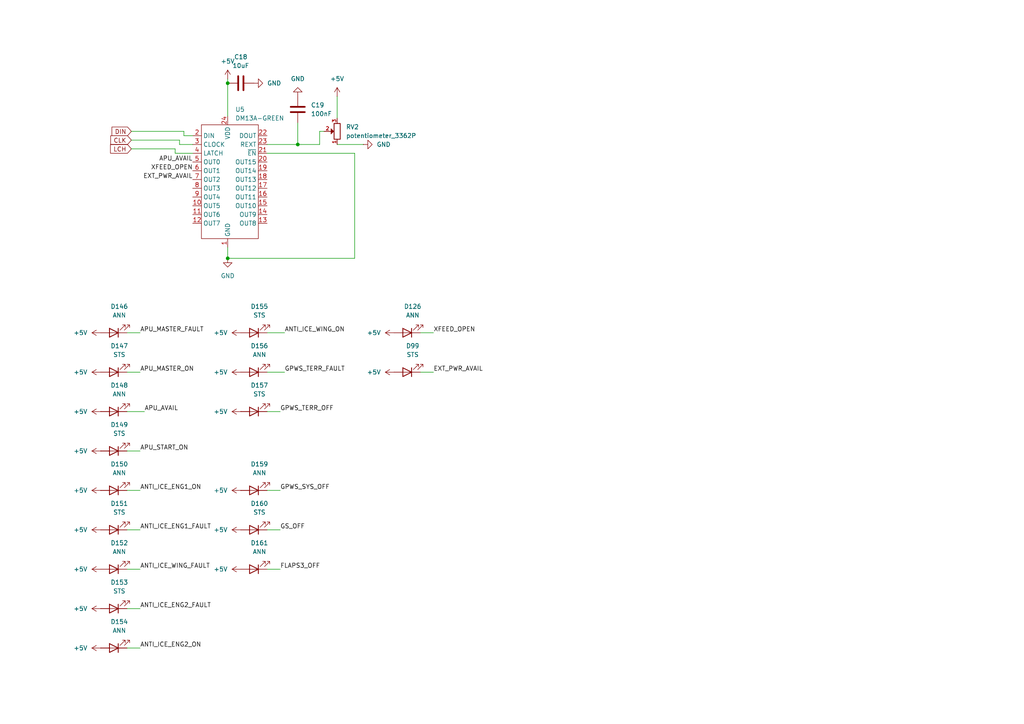
<source format=kicad_sch>
(kicad_sch (version 20231120) (generator "eeschema") (generator_version "8.0")
  (paper "A4")
  (lib_symbols
    (symbol "Custom_Symbols:DM13A"
      (property "Reference" "U" (at -7.62 15.875 0))
      (property "Value" "DM13A" (at 6.35 -19.685 0))
      (symbol "DM13A_0_0"
        (pin power_in line (at 0 -20.955 90) (length 2.54) (name "GND") (number "1"))
        (pin output line (at -10.16 -8.89 0) (length 2.54) (name "OUT5") (number "10"))
        (pin output line (at -10.16 -11.43 0) (length 2.54) (name "OUT6") (number "11"))
        (pin output line (at -10.16 -13.97 0) (length 2.54) (name "OUT7") (number "12"))
        (pin output line (at 11.43 -13.97 180) (length 2.54) (name "OUT8") (number "13"))
        (pin output line (at 11.43 -11.43 180) (length 2.54) (name "OUT9") (number "14"))
        (pin output line (at 11.43 -8.89 180) (length 2.54) (name "OUT10") (number "15"))
        (pin output line (at 11.43 -6.35 180) (length 2.54) (name "OUT11") (number "16"))
        (pin output line (at 11.43 -3.81 180) (length 2.54) (name "OUT12") (number "17"))
        (pin output line (at 11.43 -1.27 180) (length 2.54) (name "OUT13") (number "18"))
        (pin output line (at 11.43 1.27 180) (length 2.54) (name "OUT14") (number "19"))
        (pin input line (at -10.16 11.43 0) (length 2.54) (name "DIN") (number "2"))
        (pin output line (at 11.43 3.81 180) (length 2.54) (name "OUT15") (number "20"))
        (pin input line (at 11.43 6.35 180) (length 2.54) (name "~{EN}") (number "21"))
        (pin output line (at 11.43 11.43 180) (length 2.54) (name "DOUT") (number "22"))
        (pin input line (at 11.43 8.89 180) (length 2.54) (name "REXT") (number "23"))
        (pin power_in line (at 0 17.145 270) (length 2.54) (name "VDD") (number "24"))
        (pin input line (at -10.16 8.89 0) (length 2.54) (name "CLOCK") (number "3"))
        (pin input line (at -10.16 6.35 0) (length 2.54) (name "LATCH") (number "4"))
        (pin output line (at -10.16 3.81 0) (length 2.54) (name "OUT0") (number "5"))
        (pin output line (at -10.16 1.27 0) (length 2.54) (name "OUT1") (number "6"))
        (pin output line (at -10.16 -1.27 0) (length 2.54) (name "OUT2") (number "7"))
        (pin output line (at -10.16 -3.81 0) (length 2.54) (name "OUT3") (number "8"))
        (pin output line (at -10.16 -6.35 0) (length 2.54) (name "OUT4") (number "9"))
      )
      (symbol "DM13A_0_1"
        (rectangle (start -7.62 14.605) (end 8.89 -18.415))
      )
    )
    (symbol "Device:C" (pin_numbers hide) (pin_names (offset 0.254))
      (property "Reference" "C" (at 0.635 2.54 0))
      (property "Value" "C" (at 0.635 -2.54 0))
      (symbol "C_0_1"
        (polyline (pts (xy -2.032 -0.762) (xy 2.032 -0.762)) (stroke (width 0.508)))
        (polyline (pts (xy -2.032 0.762) (xy 2.032 0.762)) (stroke (width 0.508)))
      )
      (symbol "C_1_1"
        (pin passive line (at 0 3.81 270) (length 2.794) (name "~") (number "1"))
        (pin passive line (at 0 -3.81 90) (length 2.794) (name "~") (number "2"))
      )
    )
    (symbol "Device:LED" (pin_numbers hide) (pin_names (offset 1.016) hide)
      (property "Reference" "D" (at 0 2.54 0))
      (property "Value" "LED" (at 0 -2.54 0))
      (symbol "LED_0_1"
        (polyline (pts (xy -1.27 -1.27) (xy -1.27 1.27)) (stroke (width 0.254)))
        (polyline (pts (xy -1.27 0) (xy 1.27 0)))
        (polyline (pts (xy 1.27 -1.27) (xy 1.27 1.27) (xy -1.27 0) (xy 1.27 -1.27)) (stroke (width 0.254)))
        (polyline (pts (xy -3.048 -0.762) (xy -4.572 -2.286) (xy -3.81 -2.286) (xy -4.572 -2.286) (xy -4.572 -1.524)))
        (polyline (pts (xy -1.778 -0.762) (xy -3.302 -2.286) (xy -2.54 -2.286) (xy -3.302 -2.286) (xy -3.302 -1.524)))
      )
      (symbol "LED_1_1"
        (pin passive line (at -3.81 0 0) (length 2.54) (name "K") (number "1"))
        (pin passive line (at 3.81 0 180) (length 2.54) (name "A") (number "2"))
      )
    )
    (symbol "PCM_SL_Devices:potentiometer_3362P"
      (property "Reference" "RV" (at 0 -2.286 0))
      (property "Value" "potentiometer_3362P" (at 0 -3.81 0))
      (symbol "potentiometer_3362P_0_1"
        (rectangle (start -2.286 0.889) (end 2.286 -0.889) (stroke (width 0.24)))
        (polyline (pts (xy 0 1.016) (xy 0.762 1.778) (xy -0.762 1.778) (xy 0 1.016)) (fill (type outline)))
      )
      (symbol "potentiometer_3362P_1_1"
        (pin passive line (at -3.81 0 0) (length 1.5) (name "~") (number "1"))
        (pin passive line (at 0 3.81 270) (length 2) (name "~") (number "2"))
        (pin passive line (at 3.81 0 180) (length 1.5) (name "~") (number "3"))
      )
    )
    (symbol "power:+5V" (power) (pin_numbers hide) (pin_names (offset 0) hide)
      (property "Value" "+5V" (at 0 3.556 0))
      (symbol "+5V_0_1"
        (polyline (pts (xy -0.762 1.27) (xy 0 2.54)))
        (polyline (pts (xy 0 0) (xy 0 2.54)))
        (polyline (pts (xy 0 2.54) (xy 0.762 1.27)))
      )
      (symbol "+5V_1_1"
        (pin power_in line (at 0 0 90) (length 0) (name "~") (number "1"))
      )
    )
    (symbol "power:GND" (power) (pin_numbers hide) (pin_names (offset 0) hide)
      (property "Value" "GND" (at 0 -3.81 0))
      (symbol "GND_0_1"
        (polyline (pts (xy 0 0) (xy 0 -1.27) (xy 1.27 -1.27) (xy 0 -2.54) (xy -1.27 -1.27) (xy 0 -1.27)))
      )
      (symbol "GND_1_1"
        (pin power_in line (at 0 0 270) (length 0) (name "~") (number "1"))
      )
    )
  )
  (junction (at 86.36 41.91))
  (junction (at 66.04 74.93))
  (junction (at 66.04 24.13))
  (wire (pts (xy 92.71 41.91) (xy 92.71 38.1)))
  (wire (pts (xy 102.87 74.93) (xy 66.04 74.93)))
  (wire (pts (xy 52.07 41.91) (xy 55.88 41.91)))
  (wire (pts (xy 40.64 142.24) (xy 36.83 142.24)))
  (wire (pts (xy 66.04 71.755) (xy 66.04 74.93)))
  (wire (pts (xy 38.1 38.1) (xy 53.34 38.1)))
  (wire (pts (xy 102.87 44.45) (xy 102.87 74.93)))
  (wire (pts (xy 97.79 27.94) (xy 97.79 34.29)))
  (wire (pts (xy 81.28 142.24) (xy 77.47 142.24)))
  (wire (pts (xy 50.8 44.45) (xy 55.88 44.45)))
  (wire (pts (xy 41.91 119.38) (xy 36.83 119.38)))
  (wire (pts (xy 40.64 176.53) (xy 36.83 176.53)))
  (wire (pts (xy 66.04 24.13) (xy 66.04 33.655)))
  (wire (pts (xy 105.41 41.91) (xy 97.79 41.91)))
  (wire (pts (xy 50.8 43.18) (xy 50.8 44.45)))
  (wire (pts (xy 82.55 96.52) (xy 77.47 96.52)))
  (wire (pts (xy 40.64 130.81) (xy 36.83 130.81)))
  (wire (pts (xy 40.64 165.1) (xy 36.83 165.1)))
  (wire (pts (xy 38.1 40.64) (xy 52.07 40.64)))
  (wire (pts (xy 86.36 35.56) (xy 86.36 41.91)))
  (wire (pts (xy 102.87 44.45) (xy 77.47 44.45)))
  (wire (pts (xy 40.64 187.96) (xy 36.83 187.96)))
  (wire (pts (xy 66.04 22.86) (xy 66.04 24.13)))
  (wire (pts (xy 125.73 107.95) (xy 121.92 107.95)))
  (wire (pts (xy 86.36 41.91) (xy 77.47 41.91)))
  (wire (pts (xy 40.64 107.95) (xy 36.83 107.95)))
  (wire (pts (xy 81.28 153.67) (xy 77.47 153.67)))
  (wire (pts (xy 52.07 40.64) (xy 52.07 41.91)))
  (wire (pts (xy 77.47 119.38) (xy 81.28 119.38)))
  (wire (pts (xy 81.28 165.1) (xy 77.47 165.1)))
  (wire (pts (xy 125.73 96.52) (xy 121.92 96.52)))
  (wire (pts (xy 38.1 43.18) (xy 50.8 43.18)))
  (wire (pts (xy 82.55 107.95) (xy 77.47 107.95)))
  (wire (pts (xy 53.34 38.1) (xy 53.34 39.37)))
  (wire (pts (xy 53.34 39.37) (xy 55.88 39.37)))
  (wire (pts (xy 92.71 38.1) (xy 93.98 38.1)))
  (wire (pts (xy 92.71 41.91) (xy 86.36 41.91)))
  (wire (pts (xy 40.64 96.52) (xy 36.83 96.52)))
  (wire (pts (xy 40.64 153.67) (xy 36.83 153.67)))
  (label "GPWS_TERR_OFF" (at 81.28 119.38 0))
  (label "APU_AVAIL" (at 55.88 46.99 180))
  (label "XFEED_OPEN" (at 55.88 49.53 180))
  (label "APU_START_ON" (at 40.64 130.81 0))
  (label "ANTI_ICE_ENG2_FAULT" (at 40.64 176.53 0))
  (label "FLAPS3_OFF" (at 81.28 165.1 0))
  (label "EXT_PWR_AVAIL" (at 55.88 52.07 180))
  (label "ANTI_ICE_ENG1_ON" (at 40.64 142.24 0))
  (label "XFEED_OPEN" (at 125.73 96.52 0))
  (label "GPWS_TERR_FAULT" (at 82.55 107.95 0))
  (label "ANTI_ICE_ENG1_FAULT" (at 40.64 153.67 0))
  (label "GS_OFF" (at 81.28 153.67 0))
  (label "ANTI_ICE_WING_ON" (at 82.55 96.52 0))
  (label "APU_MASTER_ON" (at 40.64 107.95 0))
  (label "APU_AVAIL" (at 41.91 119.38 0))
  (label "EXT_PWR_AVAIL" (at 125.73 107.95 0))
  (label "APU_MASTER_FAULT" (at 40.64 96.52 0))
  (label "ANTI_ICE_ENG2_ON" (at 40.64 187.96 0))
  (label "GPWS_SYS_OFF" (at 81.28 142.24 0))
  (label "ANTI_ICE_WING_FAULT" (at 40.64 165.1 0))
  (global_label "LCH" (shape input) (at 38.1 43.18 180) (property "Intersheetrefs" "${INTERSHEET_REFS}" (effects (hide yes))))
  (global_label "CLK" (shape input) (at 38.1 40.64 180) (property "Intersheetrefs" "${INTERSHEET_REFS}" (effects (hide yes))))
  (global_label "DIN" (shape input) (at 38.1 38.1 180) (property "Intersheetrefs" "${INTERSHEET_REFS}" (effects (hide yes))))
  (symbol (lib_id "PCM_SL_Devices:potentiometer_3362P") (at 97.79 38.1 90) (unit 1)
    (property "Reference" "RV2" (at 100.33 36.8299 90) (effects (justify right)))
    (property "Value" "potentiometer_3362P" (at 100.33 39.3699 90) (effects (justify right)))
    (property "Footprint" "PCM_SL_Footprints:potentiometer_3362P" (effects (hide yes)))
    (property "Datasheet" "https://www.bourns.com/data/global/pdfs/3362.pdf" (effects (hide yes)))
    (property "Description" "potentiometer_3362P" (effects (hide yes)))
  )
  (symbol (lib_id "Device:LED") (at 33.02 153.67 180) (unit 1)
    (property "Reference" "D151" (at 34.6075 146.05 0))
    (property "Value" "STS" (at 34.6075 148.59 0))
    (property "Footprint" "LED_THT:LED_Rectangular_W3.9mm_H1.8mm_FlatTop" (effects (hide yes)))
    (property "Description" "Light emitting diode" (effects (hide yes)))
  )
  (symbol (lib_id "power:+5V") (at 114.3 96.52 90) (unit 1)
    (property "Reference" "#PWR0163" (effects (hide yes)))
    (property "Value" "+5V" (at 110.49 96.5199 90) (effects (justify left)))
    (property "Description" "Power symbol creates a global label with name \"+5V\"" (effects (hide yes)))
  )
  (symbol (lib_id "power:+5V") (at 29.21 165.1 90) (unit 1)
    (property "Reference" "#PWR0220" (effects (hide yes)))
    (property "Value" "+5V" (at 25.4 165.0999 90) (effects (justify left)))
    (property "Description" "Power symbol creates a global label with name \"+5V\"" (effects (hide yes)))
  )
  (symbol (lib_id "Device:LED") (at 33.02 107.95 180) (unit 1)
    (property "Reference" "D147" (at 34.6075 100.33 0))
    (property "Value" "STS" (at 34.6075 102.87 0))
    (property "Footprint" "LED_THT:LED_Rectangular_W3.9mm_H1.8mm_FlatTop" (effects (hide yes)))
    (property "Description" "Light emitting diode" (effects (hide yes)))
  )
  (symbol (lib_id "Device:LED") (at 33.02 96.52 180) (unit 1)
    (property "Reference" "D146" (at 34.6075 88.9 0))
    (property "Value" "ANN" (at 34.6075 91.44 0))
    (property "Footprint" "LED_THT:LED_Rectangular_W3.9mm_H1.8mm_FlatTop" (effects (hide yes)))
    (property "Description" "Light emitting diode" (effects (hide yes)))
  )
  (symbol (lib_id "Device:LED") (at 73.66 142.24 180) (unit 1)
    (property "Reference" "D159" (at 75.2475 134.62 0))
    (property "Value" "ANN" (at 75.2475 137.16 0))
    (property "Footprint" "LED_THT:LED_Rectangular_W3.9mm_H1.8mm_FlatTop" (effects (hide yes)))
    (property "Description" "Light emitting diode" (effects (hide yes)))
  )
  (symbol (lib_id "power:+5V") (at 29.21 153.67 90) (unit 1)
    (property "Reference" "#PWR0219" (effects (hide yes)))
    (property "Value" "+5V" (at 25.4 153.6699 90) (effects (justify left)))
    (property "Description" "Power symbol creates a global label with name \"+5V\"" (effects (hide yes)))
  )
  (symbol (lib_id "power:GND") (at 73.66 24.13 90) (unit 1)
    (property "Reference" "#PWR0232" (effects (hide yes)))
    (property "Value" "GND" (at 77.47 24.1299 90) (effects (justify right)))
    (property "Description" "Power symbol creates a global label with name \"GND\" , ground" (effects (hide yes)))
  )
  (symbol (lib_id "Device:LED") (at 33.02 130.81 180) (unit 1)
    (property "Reference" "D149" (at 34.6075 123.19 0))
    (property "Value" "STS" (at 34.6075 125.73 0))
    (property "Footprint" "LED_THT:LED_Rectangular_W3.9mm_H1.8mm_FlatTop" (effects (hide yes)))
    (property "Description" "Light emitting diode" (effects (hide yes)))
  )
  (symbol (lib_id "power:+5V") (at 69.85 165.1 90) (unit 1)
    (property "Reference" "#PWR0231" (effects (hide yes)))
    (property "Value" "+5V" (at 66.04 165.0999 90) (effects (justify left)))
    (property "Description" "Power symbol creates a global label with name \"+5V\"" (effects (hide yes)))
  )
  (symbol (lib_id "power:+5V") (at 29.21 176.53 90) (unit 1)
    (property "Reference" "#PWR0221" (effects (hide yes)))
    (property "Value" "+5V" (at 25.4 176.5299 90) (effects (justify left)))
    (property "Description" "Power symbol creates a global label with name \"+5V\"" (effects (hide yes)))
  )
  (symbol (lib_id "power:+5V") (at 66.04 22.86 0) (unit 1)
    (property "Reference" "#PWR0223" (effects (hide yes)))
    (property "Value" "+5V" (at 66.04 17.78 0))
    (property "Description" "Power symbol creates a global label with name \"+5V\"" (effects (hide yes)))
  )
  (symbol (lib_id "power:+5V") (at 69.85 119.38 90) (unit 1)
    (property "Reference" "#PWR0227" (effects (hide yes)))
    (property "Value" "+5V" (at 66.04 119.3799 90) (effects (justify left)))
    (property "Description" "Power symbol creates a global label with name \"+5V\"" (effects (hide yes)))
  )
  (symbol (lib_id "power:+5V") (at 69.85 142.24 90) (unit 1)
    (property "Reference" "#PWR0229" (effects (hide yes)))
    (property "Value" "+5V" (at 66.04 142.2399 90) (effects (justify left)))
    (property "Description" "Power symbol creates a global label with name \"+5V\"" (effects (hide yes)))
  )
  (symbol (lib_id "Device:LED") (at 33.02 119.38 180) (unit 1)
    (property "Reference" "D148" (at 34.6075 111.76 0))
    (property "Value" "ANN" (at 34.6075 114.3 0))
    (property "Footprint" "LED_THT:LED_Rectangular_W3.9mm_H1.8mm_FlatTop" (effects (hide yes)))
    (property "Description" "Light emitting diode" (effects (hide yes)))
  )
  (symbol (lib_id "Device:LED") (at 73.66 165.1 180) (unit 1)
    (property "Reference" "D161" (at 75.2475 157.48 0))
    (property "Value" "ANN" (at 75.2475 160.02 0))
    (property "Footprint" "LED_THT:LED_Rectangular_W3.9mm_H1.8mm_FlatTop" (effects (hide yes)))
    (property "Description" "Light emitting diode" (effects (hide yes)))
  )
  (symbol (lib_id "power:+5V") (at 69.85 107.95 90) (unit 1)
    (property "Reference" "#PWR0226" (effects (hide yes)))
    (property "Value" "+5V" (at 66.04 107.9499 90) (effects (justify left)))
    (property "Description" "Power symbol creates a global label with name \"+5V\"" (effects (hide yes)))
  )
  (symbol (lib_id "Device:LED") (at 73.66 153.67 180) (unit 1)
    (property "Reference" "D160" (at 75.2475 146.05 0))
    (property "Value" "STS" (at 75.2475 148.59 0))
    (property "Footprint" "LED_THT:LED_Rectangular_W3.9mm_H1.8mm_FlatTop" (effects (hide yes)))
    (property "Description" "Light emitting diode" (effects (hide yes)))
  )
  (symbol (lib_id "power:+5V") (at 29.21 142.24 90) (unit 1)
    (property "Reference" "#PWR0218" (effects (hide yes)))
    (property "Value" "+5V" (at 25.4 142.2399 90) (effects (justify left)))
    (property "Description" "Power symbol creates a global label with name \"+5V\"" (effects (hide yes)))
  )
  (symbol (lib_id "power:+5V") (at 114.3 107.95 90) (unit 1)
    (property "Reference" "#PWR0126" (effects (hide yes)))
    (property "Value" "+5V" (at 110.49 107.9499 90) (effects (justify left)))
    (property "Description" "Power symbol creates a global label with name \"+5V\"" (effects (hide yes)))
  )
  (symbol (lib_id "Device:LED") (at 33.02 187.96 180) (unit 1)
    (property "Reference" "D154" (at 34.6075 180.34 0))
    (property "Value" "ANN" (at 34.6075 182.88 0))
    (property "Footprint" "LED_THT:LED_Rectangular_W3.9mm_H1.8mm_FlatTop" (effects (hide yes)))
    (property "Description" "Light emitting diode" (effects (hide yes)))
  )
  (symbol (lib_id "Device:LED") (at 73.66 96.52 180) (unit 1)
    (property "Reference" "D155" (at 75.2475 88.9 0))
    (property "Value" "STS" (at 75.2475 91.44 0))
    (property "Footprint" "LED_THT:LED_Rectangular_W3.9mm_H1.8mm_FlatTop" (effects (hide yes)))
    (property "Description" "Light emitting diode" (effects (hide yes)))
  )
  (symbol (lib_id "Device:LED") (at 73.66 119.38 180) (unit 1)
    (property "Reference" "D157" (at 75.2475 111.76 0))
    (property "Value" "STS" (at 75.2475 114.3 0))
    (property "Footprint" "LED_THT:LED_Rectangular_W3.9mm_H1.8mm_FlatTop" (effects (hide yes)))
    (property "Description" "Light emitting diode" (effects (hide yes)))
  )
  (symbol (lib_id "Device:C") (at 69.85 24.13 90) (unit 1)
    (property "Reference" "C18" (at 69.85 16.51 90))
    (property "Value" "10uF" (at 69.85 19.05 90))
    (property "Footprint" "Capacitor_SMD:C_1206_3216Metric_Pad1.33x1.80mm_HandSolder" (effects (hide yes)))
    (property "Description" "Unpolarized capacitor" (effects (hide yes)))
  )
  (symbol (lib_id "power:+5V") (at 29.21 107.95 90) (unit 1)
    (property "Reference" "#PWR0215" (effects (hide yes)))
    (property "Value" "+5V" (at 25.4 107.9499 90) (effects (justify left)))
    (property "Description" "Power symbol creates a global label with name \"+5V\"" (effects (hide yes)))
  )
  (symbol (lib_id "power:+5V") (at 29.21 96.52 90) (unit 1)
    (property "Reference" "#PWR0214" (effects (hide yes)))
    (property "Value" "+5V" (at 25.4 96.5199 90) (effects (justify left)))
    (property "Description" "Power symbol creates a global label with name \"+5V\"" (effects (hide yes)))
  )
  (symbol (lib_id "Device:LED") (at 33.02 142.24 180) (unit 1)
    (property "Reference" "D150" (at 34.6075 134.62 0))
    (property "Value" "ANN" (at 34.6075 137.16 0))
    (property "Footprint" "LED_THT:LED_Rectangular_W3.9mm_H1.8mm_FlatTop" (effects (hide yes)))
    (property "Description" "Light emitting diode" (effects (hide yes)))
  )
  (symbol (lib_id "Device:LED") (at 33.02 176.53 180) (unit 1)
    (property "Reference" "D153" (at 34.6075 168.91 0))
    (property "Value" "STS" (at 34.6075 171.45 0))
    (property "Footprint" "LED_THT:LED_Rectangular_W3.9mm_H1.8mm_FlatTop" (effects (hide yes)))
    (property "Description" "Light emitting diode" (effects (hide yes)))
  )
  (symbol (lib_id "Custom_Symbols:DM13A") (at 66.04 50.8 0) (unit 1)
    (property "Reference" "U5" (at 68.2341 31.75 0) (effects (justify left)))
    (property "Value" "DM13A-GREEN" (at 68.2341 34.29 0) (effects (justify left)))
    (property "Footprint" "Package_SO:SSOP-24_3.9x8.7mm_P0.635mm" (effects (hide yes)))
    (property "Description" "15-bit constant current LED driver" (effects (hide yes)))
  )
  (symbol (lib_id "Device:LED") (at 33.02 165.1 180) (unit 1)
    (property "Reference" "D152" (at 34.6075 157.48 0))
    (property "Value" "ANN" (at 34.6075 160.02 0))
    (property "Footprint" "LED_THT:LED_Rectangular_W3.9mm_H1.8mm_FlatTop" (effects (hide yes)))
    (property "Description" "Light emitting diode" (effects (hide yes)))
  )
  (symbol (lib_id "Device:LED") (at 73.66 107.95 180) (unit 1)
    (property "Reference" "D156" (at 75.2475 100.33 0))
    (property "Value" "ANN" (at 75.2475 102.87 0))
    (property "Footprint" "LED_THT:LED_Rectangular_W3.9mm_H1.8mm_FlatTop" (effects (hide yes)))
    (property "Description" "Light emitting diode" (effects (hide yes)))
  )
  (symbol (lib_id "Device:LED") (at 118.11 96.52 180) (unit 1)
    (property "Reference" "D126" (at 119.6975 88.9 0))
    (property "Value" "ANN" (at 119.6975 91.44 0))
    (property "Footprint" "LED_THT:LED_Rectangular_W3.9mm_H1.8mm_FlatTop" (effects (hide yes)))
    (property "Description" "Light emitting diode" (effects (hide yes)))
  )
  (symbol (lib_id "power:+5V") (at 69.85 96.52 90) (unit 1)
    (property "Reference" "#PWR0225" (effects (hide yes)))
    (property "Value" "+5V" (at 66.04 96.5199 90) (effects (justify left)))
    (property "Description" "Power symbol creates a global label with name \"+5V\"" (effects (hide yes)))
  )
  (symbol (lib_id "power:+5V") (at 29.21 187.96 90) (unit 1)
    (property "Reference" "#PWR0222" (effects (hide yes)))
    (property "Value" "+5V" (at 25.4 187.9599 90) (effects (justify left)))
    (property "Description" "Power symbol creates a global label with name \"+5V\"" (effects (hide yes)))
  )
  (symbol (lib_id "power:GND") (at 66.04 74.93 0) (unit 1)
    (property "Reference" "#PWR0224" (effects (hide yes)))
    (property "Value" "GND" (at 66.04 80.01 0))
    (property "Description" "Power symbol creates a global label with name \"GND\" , ground" (effects (hide yes)))
  )
  (symbol (lib_id "power:+5V") (at 97.79 27.94 0) (unit 1)
    (property "Reference" "#PWR0234" (effects (hide yes)))
    (property "Value" "+5V" (at 97.79 22.86 0))
    (property "Description" "Power symbol creates a global label with name \"+5V\"" (effects (hide yes)))
  )
  (symbol (lib_id "power:GND") (at 86.36 27.94 180) (unit 1)
    (property "Reference" "#PWR0233" (effects (hide yes)))
    (property "Value" "GND" (at 86.36 22.86 0))
    (property "Description" "Power symbol creates a global label with name \"GND\" , ground" (effects (hide yes)))
  )
  (symbol (lib_id "Device:LED") (at 118.11 107.95 180) (unit 1)
    (property "Reference" "D99" (at 119.6975 100.33 0))
    (property "Value" "STS" (at 119.6975 102.87 0))
    (property "Footprint" "LED_THT:LED_Rectangular_W3.9mm_H1.8mm_FlatTop" (effects (hide yes)))
    (property "Description" "Light emitting diode" (effects (hide yes)))
  )
  (symbol (lib_id "power:+5V") (at 29.21 130.81 90) (unit 1)
    (property "Reference" "#PWR0217" (effects (hide yes)))
    (property "Value" "+5V" (at 25.4 130.8099 90) (effects (justify left)))
    (property "Description" "Power symbol creates a global label with name \"+5V\"" (effects (hide yes)))
  )
  (symbol (lib_id "power:+5V") (at 29.21 119.38 90) (unit 1)
    (property "Reference" "#PWR0216" (effects (hide yes)))
    (property "Value" "+5V" (at 25.4 119.3799 90) (effects (justify left)))
    (property "Description" "Power symbol creates a global label with name \"+5V\"" (effects (hide yes)))
  )
  (symbol (lib_id "power:+5V") (at 69.85 153.67 90) (unit 1)
    (property "Reference" "#PWR0230" (effects (hide yes)))
    (property "Value" "+5V" (at 66.04 153.6699 90) (effects (justify left)))
    (property "Description" "Power symbol creates a global label with name \"+5V\"" (effects (hide yes)))
  )
  (symbol (lib_id "power:GND") (at 105.41 41.91 90) (unit 1)
    (property "Reference" "#PWR0235" (effects (hide yes)))
    (property "Value" "GND" (at 109.22 41.9099 90) (effects (justify right)))
    (property "Description" "Power symbol creates a global label with name \"GND\" , ground" (effects (hide yes)))
  )
  (symbol (lib_id "Device:C") (at 86.36 31.75 0) (unit 1)
    (property "Reference" "C19" (at 90.17 30.4799 0) (effects (justify left)))
    (property "Value" "100nF" (at 90.17 33.0199 0) (effects (justify left)))
    (property "Footprint" "Capacitor_SMD:C_1206_3216Metric_Pad1.33x1.80mm_HandSolder" (effects (hide yes)))
    (property "Description" "Unpolarized capacitor" (effects (hide yes)))
  )
)
</source>
